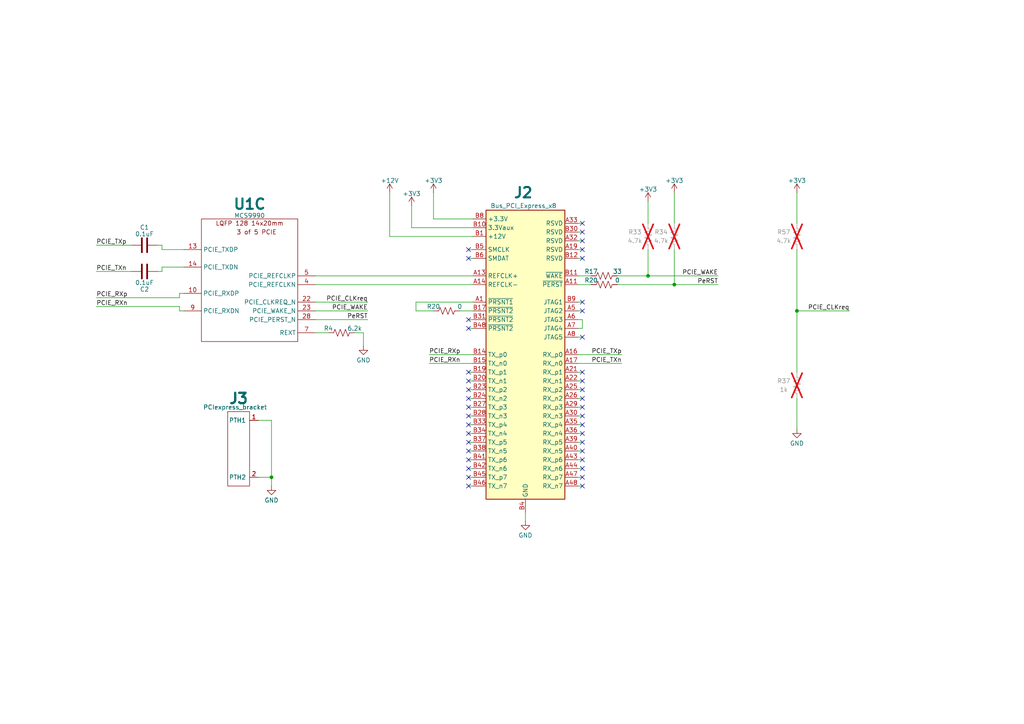
<source format=kicad_sch>
(kicad_sch (version 20230121) (generator eeschema)
  (paper "A4")
  (lib_symbols
    (symbol "Connector:Bus_PCI_Express_x8"
      (property "Reference" "J2" (at -3.81 46.99 0))
      (property "Value" "Bus_PCI_Express_x8" (at -10.16 43.18 0))
      (symbol "Bus_PCI_Express_x8_0_1"
        (rectangle (start -11.43 41.91) (end 11.43 -41.91) (stroke (width 0.254)) (fill (type background)))
      )
      (symbol "Bus_PCI_Express_x8_1_1"
        (pin passive line (at -15.24 15.24 0) (length 3.81) (name "~{PRSNT1}") (number "A1"))
        (pin passive line (at -15.24 39.37 0) (length 3.81) hide (name "+3.3V") (number "A10"))
        (pin input line (at 15.24 20.32 180) (length 3.81) (name "~{PERST}") (number "A11"))
        (pin passive line (at 0 -45.72 90) (length 3.81) hide (name "GND") (number "A12"))
        (pin input line (at -15.24 22.86 0) (length 3.81) (name "REFCLK+") (number "A13"))
        (pin input line (at -15.24 20.32 0) (length 3.81) (name "REFCLK-") (number "A14"))
        (pin passive line (at 0 -45.72 90) (length 3.81) hide (name "GND") (number "A15"))
        (pin output line (at 15.24 0 180) (length 3.81) (name "RX_p0") (number "A16"))
        (pin output line (at 15.24 -2.54 180) (length 3.81) (name "RX_n0") (number "A17"))
        (pin passive line (at 0 -45.72 90) (length 3.81) hide (name "GND") (number "A18"))
        (pin passive line (at 15.24 30.48 180) (length 3.81) (name "RSVD") (number "A19"))
        (pin passive line (at -15.24 34.29 0) (length 3.81) hide (name "+12V") (number "A2"))
        (pin passive line (at 0 -45.72 90) (length 3.81) hide (name "GND") (number "A20"))
        (pin output line (at 15.24 -5.08 180) (length 3.81) (name "RX_p1") (number "A21"))
        (pin output line (at 15.24 -7.62 180) (length 3.81) (name "RX_n1") (number "A22"))
        (pin passive line (at 0 -45.72 90) (length 3.81) hide (name "GND") (number "A23"))
        (pin passive line (at 0 -45.72 90) (length 3.81) hide (name "GND") (number "A24"))
        (pin output line (at 15.24 -10.16 180) (length 3.81) (name "RX_p2") (number "A25"))
        (pin output line (at 15.24 -12.7 180) (length 3.81) (name "RX_n2") (number "A26"))
        (pin passive line (at 0 -45.72 90) (length 3.81) hide (name "GND") (number "A27"))
        (pin passive line (at 0 -45.72 90) (length 3.81) hide (name "GND") (number "A28"))
        (pin output line (at 15.24 -15.24 180) (length 3.81) (name "RX_p3") (number "A29"))
        (pin passive line (at -15.24 34.29 0) (length 3.81) hide (name "+12V") (number "A3"))
        (pin output line (at 15.24 -17.78 180) (length 3.81) (name "RX_n3") (number "A30"))
        (pin passive line (at 0 -45.72 90) (length 3.81) hide (name "GND") (number "A31"))
        (pin passive line (at 15.24 33.02 180) (length 3.81) (name "RSVD") (number "A32"))
        (pin passive line (at 15.24 38.1 180) (length 3.81) (name "RSVD") (number "A33"))
        (pin passive line (at 0 -45.72 90) (length 3.81) hide (name "GND") (number "A34"))
        (pin output line (at 15.24 -20.32 180) (length 3.81) (name "RX_p4") (number "A35"))
        (pin output line (at 15.24 -22.86 180) (length 3.81) (name "RX_n4") (number "A36"))
        (pin passive line (at 0 -45.72 90) (length 3.81) hide (name "GND") (number "A37"))
        (pin passive line (at 0 -45.72 90) (length 3.81) hide (name "GND") (number "A38"))
        (pin output line (at 15.24 -25.4 180) (length 3.81) (name "RX_p5") (number "A39"))
        (pin passive line (at 0 -45.72 90) (length 3.81) hide (name "GND") (number "A4"))
        (pin output line (at 15.24 -27.94 180) (length 3.81) (name "RX_n5") (number "A40"))
        (pin passive line (at 0 -45.72 90) (length 3.81) hide (name "GND") (number "A41"))
        (pin passive line (at 0 -45.72 90) (length 3.81) hide (name "GND") (number "A42"))
        (pin output line (at 15.24 -30.48 180) (length 3.81) (name "RX_p6") (number "A43"))
        (pin output line (at 15.24 -33.02 180) (length 3.81) (name "RX_n6") (number "A44"))
        (pin passive line (at 0 -45.72 90) (length 3.81) hide (name "GND") (number "A45"))
        (pin passive line (at 0 -45.72 90) (length 3.81) hide (name "GND") (number "A46"))
        (pin output line (at 15.24 -35.56 180) (length 3.81) (name "RX_p7") (number "A47"))
        (pin output line (at 15.24 -38.1 180) (length 3.81) (name "RX_n7") (number "A48"))
        (pin passive line (at 0 -45.72 90) (length 3.81) hide (name "GND") (number "A49"))
        (pin input line (at 15.24 12.7 180) (length 3.81) (name "JTAG2") (number "A5"))
        (pin input line (at 15.24 10.16 180) (length 3.81) (name "JTAG3") (number "A6"))
        (pin output line (at 15.24 7.62 180) (length 3.81) (name "JTAG4") (number "A7"))
        (pin input line (at 15.24 5.08 180) (length 3.81) (name "JTAG5") (number "A8"))
        (pin passive line (at -15.24 39.37 0) (length 3.81) hide (name "+3.3V") (number "A9"))
        (pin power_in line (at -15.24 34.29 0) (length 3.81) (name "+12V") (number "B1"))
        (pin power_in line (at -15.24 36.83 0) (length 3.81) (name "3.3Vaux") (number "B10"))
        (pin open_collector line (at 15.24 22.86 180) (length 3.81) (name "~{WAKE}") (number "B11"))
        (pin passive line (at 15.24 27.94 180) (length 3.81) (name "RSVD") (number "B12"))
        (pin passive line (at 0 -45.72 90) (length 3.81) hide (name "GND") (number "B13"))
        (pin input line (at -15.24 0 0) (length 3.81) (name "TX_p0") (number "B14"))
        (pin input line (at -15.24 -2.54 0) (length 3.81) (name "TX_n0") (number "B15"))
        (pin passive line (at 0 -45.72 90) (length 3.81) hide (name "GND") (number "B16"))
        (pin passive line (at -15.24 12.7 0) (length 3.81) (name "~{PRSNT2}") (number "B17"))
        (pin passive line (at 0 -45.72 90) (length 3.81) hide (name "GND") (number "B18"))
        (pin input line (at -15.24 -5.08 0) (length 3.81) (name "TX_p1") (number "B19"))
        (pin passive line (at -15.24 34.29 0) (length 3.81) hide (name "+12V") (number "B2"))
        (pin input line (at -15.24 -7.62 0) (length 3.81) (name "TX_n1") (number "B20"))
        (pin passive line (at 0 -45.72 90) (length 3.81) hide (name "GND") (number "B21"))
        (pin passive line (at 0 -45.72 90) (length 3.81) hide (name "GND") (number "B22"))
        (pin input line (at -15.24 -10.16 0) (length 3.81) (name "TX_p2") (number "B23"))
        (pin input line (at -15.24 -12.7 0) (length 3.81) (name "TX_n2") (number "B24"))
        (pin passive line (at 0 -45.72 90) (length 3.81) hide (name "GND") (number "B25"))
        (pin passive line (at 0 -45.72 90) (length 3.81) hide (name "GND") (number "B26"))
        (pin input line (at -15.24 -15.24 0) (length 3.81) (name "TX_p3") (number "B27"))
        (pin input line (at -15.24 -17.78 0) (length 3.81) (name "TX_n3") (number "B28"))
        (pin passive line (at 0 -45.72 90) (length 3.81) hide (name "GND") (number "B29"))
        (pin passive line (at -15.24 34.29 0) (length 3.81) hide (name "+12V") (number "B3"))
        (pin passive line (at 15.24 35.56 180) (length 3.81) (name "RSVD") (number "B30"))
        (pin passive line (at -15.24 10.16 0) (length 3.81) (name "~{PRSNT2}") (number "B31"))
        (pin passive line (at 0 -45.72 90) (length 3.81) hide (name "GND") (number "B32"))
        (pin input line (at -15.24 -20.32 0) (length 3.81) (name "TX_p4") (number "B33"))
        (pin input line (at -15.24 -22.86 0) (length 3.81) (name "TX_n4") (number "B34"))
        (pin passive line (at 0 -45.72 90) (length 3.81) hide (name "GND") (number "B35"))
        (pin passive line (at 0 -45.72 90) (length 3.81) hide (name "GND") (number "B36"))
        (pin input line (at -15.24 -25.4 0) (length 3.81) (name "TX_p5") (number "B37"))
        (pin input line (at -15.24 -27.94 0) (length 3.81) (name "TX_n5") (number "B38"))
        (pin passive line (at 0 -45.72 90) (length 3.81) hide (name "GND") (number "B39"))
        (pin power_in line (at 0 -45.72 90) (length 3.81) (name "GND") (number "B4"))
        (pin passive line (at 0 -45.72 90) (length 3.81) hide (name "GND") (number "B40"))
        (pin input line (at -15.24 -30.48 0) (length 3.81) (name "TX_p6") (number "B41"))
        (pin input line (at -15.24 -33.02 0) (length 3.81) (name "TX_n6") (number "B42"))
        (pin passive line (at 0 -45.72 90) (length 3.81) hide (name "GND") (number "B43"))
        (pin passive line (at 0 -45.72 90) (length 3.81) hide (name "GND") (number "B44"))
        (pin input line (at -15.24 -35.56 0) (length 3.81) (name "TX_p7") (number "B45"))
        (pin input line (at -15.24 -38.1 0) (length 3.81) (name "TX_n7") (number "B46"))
        (pin passive line (at 0 -45.72 90) (length 3.81) hide (name "GND") (number "B47"))
        (pin passive line (at -15.24 7.62 0) (length 3.81) (name "~{PRSNT2}") (number "B48"))
        (pin passive line (at 0 -45.72 90) (length 3.81) hide (name "GND") (number "B49"))
        (pin input line (at -15.24 30.48 0) (length 3.81) (name "SMCLK") (number "B5"))
        (pin bidirectional line (at -15.24 27.94 0) (length 3.81) (name "SMDAT") (number "B6"))
        (pin passive line (at 0 -45.72 90) (length 3.81) hide (name "GND") (number "B7"))
        (pin power_in line (at -15.24 39.37 0) (length 3.81) (name "+3.3V") (number "B8"))
        (pin input line (at 15.24 15.24 180) (length 3.81) (name "JTAG1") (number "B9"))
      )
    )
    (symbol "Device:C" (pin_numbers hide) (pin_names (offset 0.254))
      (property "Reference" "C" (at 0.635 2.54 0))
      (property "Value" "C" (at 0.635 -2.54 0))
      (symbol "C_0_1"
        (polyline (pts (xy -2.032 -0.762) (xy 2.032 -0.762)) (stroke (width 0.508)))
        (polyline (pts (xy -2.032 0.762) (xy 2.032 0.762)) (stroke (width 0.508)))
      )
      (symbol "C_1_1"
        (pin passive line (at 0 3.81 270) (length 2.794) (name "~") (number "1"))
        (pin passive line (at 0 -3.81 90) (length 2.794) (name "~") (number "2"))
      )
    )
    (symbol "Device:R_US" (pin_numbers hide) (pin_names (offset 0))
      (property "Reference" "R" (at 2.54 0 90))
      (property "Value" "R_US" (at -2.54 0 90))
      (symbol "R_US_0_1"
        (polyline (pts (xy 0 -2.286) (xy 0 -2.54)))
        (polyline (pts (xy 0 2.286) (xy 0 2.54)))
        (polyline (pts (xy 0 -0.762) (xy 1.016 -1.143) (xy 0 -1.524) (xy -1.016 -1.905) (xy 0 -2.286)))
        (polyline (pts (xy 0 0.762) (xy 1.016 0.381) (xy 0 0) (xy -1.016 -0.381) (xy 0 -0.762)))
        (polyline (pts (xy 0 2.286) (xy 1.016 1.905) (xy 0 1.524) (xy -1.016 1.143) (xy 0 0.762)))
      )
      (symbol "R_US_1_1"
        (pin passive line (at 0 3.81 270) (length 1.27) (name "~") (number "1"))
        (pin passive line (at 0 -3.81 90) (length 1.27) (name "~") (number "2"))
      )
    )
    (symbol "html_accel_Symbols:MCS9990"
      (property "Reference" "U" (at 19.05 3.81 0))
      (property "Value" "MCS9990" (at 19.05 1.27 0))
      (symbol "MCS9990_1_0"
        (pin power_in line (at 33.02 -26.67 180) (length 5.08) (name "GND1") (number "1"))
        (pin power_in line (at -5.08 -41.91 0) (length 5.08) (name "+3.3VIO") (number "106"))
        (pin power_in line (at 33.02 -74.93 180) (length 5.08) (name "GND20") (number "107"))
        (pin power_in line (at 33.02 -77.47 180) (length 5.08) (name "GND21") (number "108"))
        (pin power_in line (at -5.08 -26.67 0) (length 5.08) (name "+1.2V") (number "109"))
        (pin power_in line (at 33.02 -31.75 180) (length 5.08) (name "GND3") (number "11"))
        (pin power_in line (at -5.08 -85.09 0) (length 5.08) (name "+3.3VA") (number "110"))
        (pin power_in line (at -5.08 -87.63 0) (length 5.08) (name "+3.3VA") (number "111"))
        (pin power_in line (at 33.02 -80.01 180) (length 5.08) (name "GND22") (number "114"))
        (pin power_in line (at 33.02 -82.55 180) (length 5.08) (name "GND23") (number "115"))
        (pin power_in line (at 33.02 -85.09 180) (length 5.08) (name "GND24") (number "118"))
        (pin power_in line (at -5.08 -90.17 0) (length 5.08) (name "+3.3VA") (number "119"))
        (pin power_in line (at -5.08 -52.07 0) (length 5.08) (name "+1.2VA") (number "12"))
        (pin power_in line (at 33.02 -87.63 180) (length 5.08) (name "GND25") (number "120"))
        (pin power_in line (at -5.08 -29.21 0) (length 5.08) (name "+1.2V") (number "121"))
        (pin power_in line (at -5.08 -44.45 0) (length 5.08) (name "+3.3VIO") (number "127"))
        (pin power_in line (at 33.02 -90.17 180) (length 5.08) (name "GND26") (number "128"))
        (pin power_in line (at -5.08 -54.61 0) (length 5.08) (name "+1.2VA") (number "15"))
        (pin power_in line (at -5.08 -64.77 0) (length 5.08) (name "+3.3VA_PLL") (number "16"))
        (pin power_in line (at 33.02 -34.29 180) (length 5.08) (name "GND4") (number "17"))
        (pin power_in line (at 33.02 -36.83 180) (length 5.08) (name "GND5") (number "18"))
        (pin power_in line (at -5.08 -62.23 0) (length 5.08) (name "+3.3VA_AUX") (number "19"))
        (pin power_in line (at -5.08 -6.35 0) (length 5.08) (name "+3.3VIN_REG") (number "2"))
        (pin power_in line (at -5.08 -13.97 0) (length 5.08) (name "+1.2V") (number "20"))
        (pin power_in line (at 33.02 -39.37 180) (length 5.08) (name "GND6") (number "21"))
        (pin power_in line (at -5.08 -34.29 0) (length 5.08) (name "+3.3VIO") (number "25"))
        (pin power_in line (at 33.02 -41.91 180) (length 5.08) (name "GND7") (number "26"))
        (pin power_out line (at -5.08 -8.89 0) (length 5.08) (name "+1.2VOUT_REG") (number "3"))
        (pin power_in line (at -5.08 -16.51 0) (length 5.08) (name "+1.2V") (number "33"))
        (pin power_in line (at 33.02 -44.45 180) (length 5.08) (name "GND8") (number "34"))
        (pin power_in line (at -5.08 -36.83 0) (length 5.08) (name "+3.3VIO") (number "48"))
        (pin power_in line (at 33.02 -46.99 180) (length 5.08) (name "GND9") (number "50"))
        (pin power_in line (at -5.08 -69.85 0) (length 5.08) (name "+3.3VA") (number "51"))
        (pin power_in line (at -5.08 -72.39 0) (length 5.08) (name "+3.3VA") (number "52"))
        (pin power_in line (at 33.02 -49.53 180) (length 5.08) (name "GND10") (number "55"))
        (pin power_in line (at 33.02 -52.07 180) (length 5.08) (name "GND11") (number "56"))
        (pin power_in line (at -5.08 -19.05 0) (length 5.08) (name "+1.2V") (number "58"))
        (pin power_in line (at 33.02 -54.61 180) (length 5.08) (name "GND12") (number "59"))
        (pin power_in line (at -5.08 -59.69 0) (length 5.08) (name "+1.2VA_AUX") (number "6"))
        (pin power_in line (at 33.02 -57.15 180) (length 5.08) (name "GND13") (number "69"))
        (pin power_in line (at -5.08 -39.37 0) (length 5.08) (name "+3.3VIO") (number "70"))
        (pin power_in line (at 33.02 -59.69 180) (length 5.08) (name "GND14") (number "79"))
        (pin power_in line (at 33.02 -29.21 180) (length 5.08) (name "GND2") (number "8"))
        (pin power_in line (at -5.08 -21.59 0) (length 5.08) (name "+1.2V") (number "80"))
        (pin power_in line (at -5.08 -74.93 0) (length 5.08) (name "+3.3VA") (number "83"))
        (pin power_in line (at -5.08 -77.47 0) (length 5.08) (name "+3.3VA") (number "84"))
        (pin power_in line (at 33.02 -62.23 180) (length 5.08) (name "GND15") (number "87"))
        (pin power_in line (at 33.02 -64.77 180) (length 5.08) (name "GND16") (number "88"))
        (pin power_in line (at -5.08 -80.01 0) (length 5.08) (name "+3.3VA") (number "90"))
        (pin power_in line (at -5.08 -82.55 0) (length 5.08) (name "+3.3VA") (number "91"))
        (pin power_in line (at 33.02 -67.31 180) (length 5.08) (name "GND17") (number "94"))
        (pin power_in line (at 33.02 -69.85 180) (length 5.08) (name "GND18") (number "95"))
        (pin power_in line (at 33.02 -72.39 180) (length 5.08) (name "GND19") (number "97"))
        (pin power_in line (at -5.08 -24.13 0) (length 5.08) (name "+1.2V") (number "98"))
      )
      (symbol "MCS9990_1_1"
        (polyline (pts (xy 0 -46.99) (xy 12.7 -46.99)))
        (rectangle (start 0 0) (end 27.94 -93.98))
        (text "1 of 5 POWER" (at 10.16 -3.81 0) (effects (font (size 1.27 1.27)) (justify left)))
        (text "Analog" (at 6.35 -48.26 0) (effects (font (size 1.27 1.27))))
        (text "LQFP 128 14x20mm" (at 13.97 -1.27 0) (effects (font (size 1.27 1.27))))
      )
      (symbol "MCS9990_2_0"
        (pin bidirectional line (at -5.08 -7.62 0) (length 5.08) (name "GPIO0/D0") (number "35"))
        (pin bidirectional line (at -5.08 -10.16 0) (length 5.08) (name "GPIO1/D1") (number "36"))
        (pin bidirectional line (at -5.08 -12.7 0) (length 5.08) (name "GPIO2/D2") (number "37"))
        (pin bidirectional line (at -5.08 -15.24 0) (length 5.08) (name "GPIO3/D3") (number "38"))
        (pin bidirectional line (at -5.08 -17.78 0) (length 5.08) (name "GPIO4/D4") (number "39"))
        (pin bidirectional line (at -5.08 -20.32 0) (length 5.08) (name "GPIO5/D5") (number "40"))
        (pin bidirectional line (at -5.08 -22.86 0) (length 5.08) (name "GPIO6/D6") (number "41"))
        (pin bidirectional line (at -5.08 -25.4 0) (length 5.08) (name "GPIO7/D7") (number "42"))
        (pin input line (at 36.83 -7.62 180) (length 5.08) (name "GPIO8/INTA") (number "43"))
        (pin input line (at 36.83 -17.78 180) (length 5.08) (name "GPIO9/INTB") (number "44"))
        (pin input line (at 36.83 -25.4 180) (length 5.08) (name "GPIO10/INTC") (number "45"))
        (pin input line (at 36.83 -35.56 180) (length 5.08) (name "GPIO11/INTD") (number "46"))
        (pin output line (at 36.83 -10.16 180) (length 5.08) (name "GPIO12/CSA_N") (number "65"))
        (pin output line (at 36.83 -20.32 180) (length 5.08) (name "GPIO13/CSB_N") (number "66"))
        (pin output line (at 36.83 -27.94 180) (length 5.08) (name "GPIO14/CSC_N") (number "67"))
        (pin output line (at 36.83 -38.1 180) (length 5.08) (name "GPIO15/CSD_N") (number "68"))
        (pin output line (at 36.83 -43.18 180) (length 5.08) (name "GPIO16/RESET") (number "71"))
        (pin output line (at -5.08 -40.64 0) (length 5.08) (name "GPIO17/IOW_N") (number "72"))
        (pin output line (at -5.08 -43.18 0) (length 5.08) (name "GPIO18/IOR_N") (number "73"))
        (pin input line (at 36.83 -30.48 180) (length 5.08) (name "GPIO23/IOCHRDY2") (number "74"))
        (pin output line (at -5.08 -30.48 0) (length 5.08) (name "GPIO19/A0") (number "75"))
        (pin output line (at -5.08 -33.02 0) (length 5.08) (name "GPIO20/A1") (number "76"))
        (pin output line (at -5.08 -35.56 0) (length 5.08) (name "GPIO21/A2") (number "77"))
        (pin input line (at 36.83 -12.7 180) (length 5.08) (name "GPIO22/IOCHRDY1") (number "78"))
      )
      (symbol "MCS9990_2_1"
        (rectangle (start 0 0) (end 31.75 -46.99))
        (text "2 of 5 GPIO" (at 11.43 -3.81 0) (effects (font (size 1.27 1.27)) (justify left)))
        (text "LQFP 128 14x20mm" (at 16.51 -1.27 0) (effects (font (size 1.27 1.27))))
      )
      (symbol "MCS9990_3_0"
        (pin input line (at -5.08 -21.59 0) (length 5.08) (name "PCIE_RXDP") (number "10"))
        (pin output line (at -5.08 -8.89 0) (length 5.08) (name "PCIE_TXDP") (number "13"))
        (pin output line (at -5.08 -13.97 0) (length 5.08) (name "PCIE_TXDN") (number "14"))
        (pin output line (at 33.02 -24.13 180) (length 5.08) (name "PCIE_CLKREQ_N") (number "22"))
        (pin input line (at 33.02 -29.21 180) (length 5.08) (name "PCIE_PERST_N") (number "28"))
        (pin input line (at 33.02 -19.05 180) (length 5.08) (name "PCIE_REFCLKN") (number "4"))
        (pin input line (at 33.02 -16.51 180) (length 5.08) (name "PCIE_REFCLKP") (number "5"))
        (pin input line (at -5.08 -26.67 0) (length 5.08) (name "PCIE_RXDN") (number "9"))
      )
      (symbol "MCS9990_3_1"
        (rectangle (start 0 0) (end 27.94 -35.56))
        (text "3 of 5 PCIE" (at 10.16 -3.81 0) (effects (font (size 1.27 1.27)) (justify left)))
        (text "LQFP 128 14x20mm" (at 13.97 -1.27 0) (effects (font (size 1.27 1.27))))
        (pin output line (at 33.02 -26.67 180) (length 5.08) (name "PCIE_WAKE_N") (number "23"))
        (pin output line (at 33.02 -33.02 180) (length 5.08) (name "REXT") (number "7"))
      )
      (symbol "MCS9990_4_0"
        (pin output line (at -5.08 -36.83 0) (length 5.08) (name "USB1_PWR_EN_N") (number "103"))
        (pin bidirectional line (at 43.18 -6.35 180) (length 5.08) (name "USB2_DM") (number "112"))
        (pin input line (at 43.18 -21.59 180) (length 5.08) (name "USB2_OTG_VBUS") (number "117"))
        (pin input line (at 43.18 -13.97 180) (length 5.08) (name "USB2_OVCI_N") (number "122"))
        (pin output line (at 43.18 -16.51 180) (length 5.08) (name "USB2_PWR_EN_N") (number "123"))
        (pin input line (at 43.18 -19.05 180) (length 5.08) (name "USB2_OTG_ID") (number "124"))
        (pin input line (at 43.18 -34.29 180) (length 5.08) (name "USB3_OVCI_N") (number "125"))
        (pin output line (at 43.18 -36.83 180) (length 5.08) (name "USB3_PWR_EN_N") (number "126"))
        (pin bidirectional line (at 43.18 -26.67 180) (length 5.08) (name "USB3_DM") (number "53"))
        (pin bidirectional line (at 43.18 -29.21 180) (length 5.08) (name "USB3_DP") (number "54"))
        (pin input line (at 43.18 -31.75 180) (length 5.08) (name "USB3_IBREF") (number "57"))
        (pin input line (at -5.08 -6.35 0) (length 5.08) (name "USB0_XSCI") (number "81"))
        (pin output line (at -5.08 -8.89 0) (length 5.08) (name "USB0_XSCO") (number "82"))
      )
      (symbol "MCS9990_4_1"
        (rectangle (start 0 0) (end 38.1 -40.64))
        (text "4 of 5 USB" (at 19.05 -3.81 0) (effects (font (size 1.27 1.27))))
        (text "LQFP 128 14x20mm" (at 19.05 -1.27 0) (effects (font (size 1.27 1.27))))
        (pin output line (at -5.08 -21.59 0) (length 5.08) (name "USB0_PWR_EN_N") (number "100"))
        (pin input line (at -5.08 -34.29 0) (length 5.08) (name "USB1_OVCI_N") (number "102"))
        (pin bidirectional line (at 43.18 -8.89 180) (length 5.08) (name "USB2_DP") (number "113"))
        (pin input line (at 43.18 -11.43 180) (length 5.08) (name "USB2_IBERF") (number "116"))
        (pin bidirectional line (at -5.08 -11.43 0) (length 5.08) (name "USB0_DM") (number "85"))
        (pin bidirectional line (at -5.08 -13.97 0) (length 5.08) (name "USB0_DP") (number "86"))
        (pin input line (at -5.08 -16.51 0) (length 5.08) (name "USB0_IBREF") (number "89"))
        (pin bidirectional line (at -5.08 -26.67 0) (length 5.08) (name "USB1_DM") (number "92"))
        (pin bidirectional line (at -5.08 -29.21 0) (length 5.08) (name "USB1_DP") (number "93"))
        (pin input line (at -5.08 -31.75 0) (length 5.08) (name "USB1_IBREF") (number "96"))
        (pin input line (at -5.08 -19.05 0) (length 5.08) (name "USB0_OVCI_N") (number "99"))
      )
      (symbol "MCS9990_5_0"
        (pin bidirectional line (at -5.08 -27.94 0) (length 5.08) (name "LN_STAT2") (number "101"))
        (pin bidirectional line (at -5.08 -22.86 0) (length 5.08) (name "LN_STAT0") (number "104"))
        (pin bidirectional line (at -5.08 -25.4 0) (length 5.08) (name "LN_STAT1") (number "105"))
        (pin input line (at -5.08 -12.7 0) (length 5.08) (name "MODE_SEL0") (number "24"))
        (pin input line (at -5.08 -7.62 0) (length 5.08) (name "OTG_EN_N") (number "27"))
        (pin bidirectional line (at -5.08 -33.02 0) (length 5.08) (name "EE_SCL") (number "29"))
        (pin bidirectional line (at -5.08 -35.56 0) (length 5.08) (name "EE_SDA") (number "30"))
        (pin input line (at -5.08 -43.18 0) (length 5.08) (name "TEST_EN") (number "32"))
        (pin input line (at -5.08 -15.24 0) (length 5.08) (name "MODE_SEL1") (number "47"))
        (pin input line (at -5.08 -17.78 0) (length 5.08) (name "MODE_SEL2") (number "49"))
        (pin input line (at 33.02 -7.62 180) (length 5.08) (name "JTAG_TCK") (number "60"))
        (pin input line (at 33.02 -10.16 180) (length 5.08) (name "JTAG_TDI") (number "61"))
        (pin output line (at 33.02 -12.7 180) (length 5.08) (name "JTAG_TDO") (number "62"))
        (pin input line (at 33.02 -15.24 180) (length 5.08) (name "JTAG_TMS") (number "63"))
        (pin input line (at 33.02 -17.78 180) (length 5.08) (name "JTAG_TRST_N") (number "64"))
      )
      (symbol "MCS9990_5_1"
        (rectangle (start 0 0) (end 27.94 -45.72))
        (text "5 of 5 Misc/JTAG" (at 13.97 -3.81 0) (effects (font (size 1.27 1.27))))
        (text "LQFP 128 14x20mm" (at 13.97 -1.27 0) (effects (font (size 1.27 1.27))))
        (pin input line (at -5.08 -40.64 0) (length 5.08) (name "SCAN_EN") (number "31"))
      )
    )
    (symbol "html_accel_Symbols:PCIexpress_bracket" (pin_names (offset 1.016))
      (property "Reference" "J" (at 0 0 0))
      (property "Value" "PCIE_FULL_Height_bracket" (at 0 3.81 0))
      (symbol "PCIexpress_bracket_0_1"
        (rectangle (start -10.16 2.54) (end 11.43 -3.81))
      )
      (symbol "PCIexpress_bracket_1_1"
        (pin input line (at -7.62 -6.35 90) (length 2.54) (name "PTH1") (number "1"))
        (pin input line (at 8.89 -6.35 90) (length 2.54) (name "PTH2") (number "2"))
      )
    )
    (symbol "power:+12V" (power) (pin_names (offset 0))
      (property "Value" "+12V" (at 0 3.556 0))
      (symbol "+12V_0_1"
        (polyline (pts (xy -0.762 1.27) (xy 0 2.54)))
        (polyline (pts (xy 0 0) (xy 0 2.54)))
        (polyline (pts (xy 0 2.54) (xy 0.762 1.27)))
      )
      (symbol "+12V_1_1"
        (pin power_in line (at 0 0 90) (length 0) hide (name "+12V") (number "1"))
      )
    )
    (symbol "power:+3V3" (power) (pin_names (offset 0))
      (property "Value" "+3V3" (at 0 3.556 0))
      (symbol "+3V3_0_1"
        (polyline (pts (xy -0.762 1.27) (xy 0 2.54)))
        (polyline (pts (xy 0 0) (xy 0 2.54)))
        (polyline (pts (xy 0 2.54) (xy 0.762 1.27)))
      )
      (symbol "+3V3_1_1"
        (pin power_in line (at 0 0 90) (length 0) hide (name "+3V3") (number "1"))
      )
    )
    (symbol "power:GND" (power) (pin_names (offset 0))
      (property "Value" "GND" (at 0 -3.81 0))
      (symbol "GND_0_1"
        (polyline (pts (xy 0 0) (xy 0 -1.27) (xy 1.27 -1.27) (xy 0 -2.54) (xy -1.27 -1.27) (xy 0 -1.27)))
      )
      (symbol "GND_1_1"
        (pin power_in line (at 0 0 270) (length 0) hide (name "GND") (number "1"))
      )
    )
  )
  (junction (at 231.14 90.17))
  (junction (at 195.58 82.55))
  (junction (at 78.74 138.43))
  (junction (at 187.96 80.01))
  (no_connect (at 168.91 128.27))
  (no_connect (at 168.91 90.17))
  (no_connect (at 168.91 123.19))
  (no_connect (at 135.89 92.71))
  (no_connect (at 168.91 135.89))
  (no_connect (at 135.89 74.93))
  (no_connect (at 168.91 115.57))
  (no_connect (at 135.89 123.19))
  (no_connect (at 135.89 72.39))
  (no_connect (at 168.91 120.65))
  (no_connect (at 135.89 135.89))
  (no_connect (at 168.91 130.81))
  (no_connect (at 135.89 138.43))
  (no_connect (at 135.89 115.57))
  (no_connect (at 135.89 107.95))
  (no_connect (at 168.91 72.39))
  (no_connect (at 168.91 69.85))
  (no_connect (at 168.91 87.63))
  (no_connect (at 135.89 113.03))
  (no_connect (at 168.91 67.31))
  (no_connect (at 168.91 113.03))
  (no_connect (at 135.89 128.27))
  (no_connect (at 135.89 118.11))
  (no_connect (at 135.89 95.25))
  (no_connect (at 168.91 118.11))
  (no_connect (at 168.91 64.77))
  (no_connect (at 135.89 130.81))
  (no_connect (at 168.91 138.43))
  (no_connect (at 168.91 107.95))
  (no_connect (at 135.89 133.35))
  (no_connect (at 168.91 125.73))
  (no_connect (at 168.91 140.97))
  (no_connect (at 168.91 110.49))
  (no_connect (at 135.89 125.73))
  (no_connect (at 135.89 120.65))
  (no_connect (at 168.91 74.93))
  (no_connect (at 135.89 140.97))
  (no_connect (at 135.89 110.49))
  (no_connect (at 168.91 133.35))
  (no_connect (at 168.91 97.79))
  (wire (pts (xy 168.91 110.49) (xy 167.64 110.49)))
  (wire (pts (xy 168.91 118.11) (xy 167.64 118.11)))
  (wire (pts (xy 135.89 110.49) (xy 137.16 110.49)))
  (wire (pts (xy 135.89 107.95) (xy 137.16 107.95)))
  (wire (pts (xy 168.91 64.77) (xy 167.64 64.77)))
  (wire (pts (xy 231.14 55.88) (xy 231.14 64.77)))
  (wire (pts (xy 152.4 151.13) (xy 152.4 148.59)))
  (wire (pts (xy 105.41 96.52) (xy 105.41 100.33)))
  (wire (pts (xy 135.89 138.43) (xy 137.16 138.43)))
  (wire (pts (xy 119.38 59.69) (xy 119.38 66.04)))
  (wire (pts (xy 52.07 90.17) (xy 53.34 90.17)))
  (wire (pts (xy 195.58 82.55) (xy 195.58 72.39)))
  (wire (pts (xy 52.07 86.36) (xy 52.07 85.09)))
  (wire (pts (xy 113.03 68.58) (xy 137.16 68.58)))
  (wire (pts (xy 168.91 140.97) (xy 167.64 140.97)))
  (wire (pts (xy 137.16 66.04) (xy 119.38 66.04)))
  (wire (pts (xy 27.94 78.74) (xy 38.1 78.74)))
  (wire (pts (xy 45.72 78.74) (xy 46.99 78.74)))
  (wire (pts (xy 52.07 88.9) (xy 52.07 90.17)))
  (wire (pts (xy 124.46 102.87) (xy 137.16 102.87)))
  (wire (pts (xy 231.14 90.17) (xy 246.38 90.17)))
  (wire (pts (xy 52.07 85.09) (xy 53.34 85.09)))
  (wire (pts (xy 195.58 55.88) (xy 195.58 64.77)))
  (wire (pts (xy 168.91 87.63) (xy 167.64 87.63)))
  (wire (pts (xy 208.28 82.55) (xy 195.58 82.55)))
  (wire (pts (xy 187.96 80.01) (xy 208.28 80.01)))
  (wire (pts (xy 135.89 125.73) (xy 137.16 125.73)))
  (wire (pts (xy 91.44 87.63) (xy 106.68 87.63)))
  (wire (pts (xy 168.91 123.19) (xy 167.64 123.19)))
  (wire (pts (xy 168.91 115.57) (xy 167.64 115.57)))
  (wire (pts (xy 168.91 92.71) (xy 168.91 95.25)))
  (wire (pts (xy 46.99 77.47) (xy 53.34 77.47)))
  (wire (pts (xy 135.89 118.11) (xy 137.16 118.11)))
  (wire (pts (xy 102.87 96.52) (xy 105.41 96.52)))
  (wire (pts (xy 179.07 80.01) (xy 187.96 80.01)))
  (wire (pts (xy 168.91 69.85) (xy 167.64 69.85)))
  (wire (pts (xy 78.74 140.97) (xy 78.74 138.43)))
  (wire (pts (xy 171.45 82.55) (xy 167.64 82.55)))
  (wire (pts (xy 187.96 58.42) (xy 187.96 64.77)))
  (wire (pts (xy 168.91 72.39) (xy 167.64 72.39)))
  (wire (pts (xy 91.44 82.55) (xy 137.16 82.55)))
  (wire (pts (xy 46.99 78.74) (xy 46.99 77.47)))
  (wire (pts (xy 91.44 96.52) (xy 95.25 96.52)))
  (wire (pts (xy 168.91 133.35) (xy 167.64 133.35)))
  (wire (pts (xy 167.64 80.01) (xy 171.45 80.01)))
  (wire (pts (xy 27.94 86.36) (xy 52.07 86.36)))
  (wire (pts (xy 135.89 95.25) (xy 137.16 95.25)))
  (wire (pts (xy 74.93 121.92) (xy 78.74 121.92)))
  (wire (pts (xy 168.91 120.65) (xy 167.64 120.65)))
  (wire (pts (xy 135.89 113.03) (xy 137.16 113.03)))
  (wire (pts (xy 168.91 107.95) (xy 167.64 107.95)))
  (wire (pts (xy 168.91 125.73) (xy 167.64 125.73)))
  (wire (pts (xy 168.91 138.43) (xy 167.64 138.43)))
  (wire (pts (xy 167.64 92.71) (xy 168.91 92.71)))
  (wire (pts (xy 168.91 97.79) (xy 167.64 97.79)))
  (wire (pts (xy 179.07 82.55) (xy 195.58 82.55)))
  (wire (pts (xy 46.99 71.12) (xy 46.99 72.39)))
  (wire (pts (xy 78.74 138.43) (xy 74.93 138.43)))
  (wire (pts (xy 168.91 135.89) (xy 167.64 135.89)))
  (wire (pts (xy 167.64 95.25) (xy 168.91 95.25)))
  (wire (pts (xy 168.91 67.31) (xy 167.64 67.31)))
  (wire (pts (xy 135.89 120.65) (xy 137.16 120.65)))
  (wire (pts (xy 231.14 72.39) (xy 231.14 90.17)))
  (wire (pts (xy 167.64 102.87) (xy 180.34 102.87)))
  (wire (pts (xy 231.14 90.17) (xy 231.14 107.95)))
  (wire (pts (xy 167.64 105.41) (xy 180.34 105.41)))
  (wire (pts (xy 45.72 71.12) (xy 46.99 71.12)))
  (wire (pts (xy 135.89 115.57) (xy 137.16 115.57)))
  (wire (pts (xy 168.91 128.27) (xy 167.64 128.27)))
  (wire (pts (xy 91.44 92.71) (xy 106.68 92.71)))
  (wire (pts (xy 168.91 113.03) (xy 167.64 113.03)))
  (wire (pts (xy 135.89 133.35) (xy 137.16 133.35)))
  (wire (pts (xy 168.91 90.17) (xy 167.64 90.17)))
  (wire (pts (xy 125.73 55.88) (xy 125.73 63.5)))
  (wire (pts (xy 135.89 74.93) (xy 137.16 74.93)))
  (wire (pts (xy 133.35 90.17) (xy 137.16 90.17)))
  (wire (pts (xy 187.96 80.01) (xy 187.96 72.39)))
  (wire (pts (xy 91.44 80.01) (xy 137.16 80.01)))
  (wire (pts (xy 135.89 135.89) (xy 137.16 135.89)))
  (wire (pts (xy 137.16 87.63) (xy 120.65 87.63)))
  (wire (pts (xy 231.14 115.57) (xy 231.14 124.46)))
  (wire (pts (xy 78.74 121.92) (xy 78.74 138.43)))
  (wire (pts (xy 135.89 128.27) (xy 137.16 128.27)))
  (wire (pts (xy 135.89 130.81) (xy 137.16 130.81)))
  (wire (pts (xy 124.46 105.41) (xy 137.16 105.41)))
  (wire (pts (xy 27.94 88.9) (xy 52.07 88.9)))
  (wire (pts (xy 168.91 74.93) (xy 167.64 74.93)))
  (wire (pts (xy 135.89 140.97) (xy 137.16 140.97)))
  (wire (pts (xy 27.94 71.12) (xy 38.1 71.12)))
  (wire (pts (xy 135.89 123.19) (xy 137.16 123.19)))
  (wire (pts (xy 120.65 87.63) (xy 120.65 90.17)))
  (wire (pts (xy 120.65 90.17) (xy 125.73 90.17)))
  (wire (pts (xy 91.44 90.17) (xy 106.68 90.17)))
  (wire (pts (xy 46.99 72.39) (xy 53.34 72.39)))
  (wire (pts (xy 135.89 92.71) (xy 137.16 92.71)))
  (wire (pts (xy 135.89 72.39) (xy 137.16 72.39)))
  (wire (pts (xy 168.91 130.81) (xy 167.64 130.81)))
  (wire (pts (xy 113.03 55.88) (xy 113.03 68.58)))
  (wire (pts (xy 125.73 63.5) (xy 137.16 63.5)))
  (label "PCIE_RXp" (at 124.46 102.87 0))
  (label "PCIE_CLKreq" (at 106.68 87.63 180))
  (label "PCIE_TXp" (at 180.34 102.87 180))
  (label "PCIE_TXp" (at 27.94 71.12 0))
  (label "PCIE_TXn" (at 27.94 78.74 0))
  (label "PCIE_WAKE" (at 208.28 80.01 180))
  (label "PCIE_RXp" (at 27.94 86.36 0))
  (label "PCIE_TXn" (at 180.34 105.41 180))
  (label "PCIE_RXn" (at 124.46 105.41 0))
  (label "PeRST" (at 106.68 92.71 180))
  (label "PCIE_RXn" (at 27.94 88.9 0))
  (label "PCIE_WAKE" (at 106.68 90.17 180))
  (label "PCIE_CLKreq" (at 246.38 90.17 180))
  (label "PeRST" (at 208.28 82.55 180))
  (symbol (lib_id "Device:R_US") (at 129.54 90.17 90) (unit 1)
    (property "Reference" "R20" (at 125.73 88.9 90))
    (property "Value" "0" (at 133.35 88.9 90))
  )
  (symbol (lib_id "power:GND") (at 231.14 124.46 0) (unit 1)
    (property "Reference" "#PWR010" (effects hide))
    (property "Value" "GND" (at 231.14 128.5955 0))
  )
  (symbol (lib_id "power:+3V3") (at 119.38 59.69 0) (unit 1)
    (property "Reference" "#PWR07" (effects hide))
    (property "Value" "+3V3_aux" (at 119.38 56.1881 0))
  )
  (symbol (lib_id "Device:R_US") (at 187.96 68.58 180) (unit 1) (dnp yes)
    (property "Reference" "R33" (at 184.15 67.31 0))
    (property "Value" "4.7k" (at 184.15 69.85 0))
  )
  (symbol (lib_id "power:GND") (at 78.74 140.97 0) (unit 1)
    (property "Reference" "#PWR01" (effects hide))
    (property "Value" "GND" (at 78.74 145.1055 0))
  )
  (symbol (lib_id "Device:C") (at 41.91 78.74 90) (mirror x) (unit 1)
    (property "Reference" "C2" (at 41.91 83.9089 90))
    (property "Value" "0.1uF" (at 41.91 81.9879 90))
  )
  (symbol (lib_id "html_accel_Symbols:PCIexpress_bracket") (at 68.58 129.54 90) (mirror x) (unit 1)
    (property "Reference" "J3" (at 72.39 115.57 90) (effects (font (size 3 3) bold) (justify left)))
    (property "Value" "PCIexpress_bracket" (at 77.47 118.11 90) (effects (justify left)))
    (property "Footprint" "html_accel_footprints:PCIexpress_bracket_full" (effects hide))
    (instances (project "html_accelerator" (path "" (reference "J3") (unit 1)) (path "" (reference "J1") (unit 1))))
  )
  (symbol (lib_id "power:+12V") (at 113.03 55.88 0) (unit 1)
    (property "Reference" "#PWR04" (effects hide))
    (property "Value" "+12V" (at 113.03 52.3781 0))
  )
  (symbol (lib_id "power:+3V3") (at 125.73 55.88 0) (unit 1)
    (property "Reference" "#PWR03" (effects hide))
    (property "Value" "+3V3" (at 125.73 52.3781 0))
  )
  (symbol (lib_id "power:GND") (at 152.4 151.13 0) (unit 1)
    (property "Reference" "#PWR02" (effects hide))
    (property "Value" "GND" (at 152.4 155.2655 0))
  )
  (symbol (lib_id "Device:R_US") (at 99.06 96.52 90) (unit 1)
    (property "Reference" "R4" (at 95.25 95.25 90))
    (property "Value" "6.2k" (at 102.87 95.25 90))
    (property "Datasheet" "1% tolerance" (effects hide))
  )
  (symbol (lib_id "Device:R_US") (at 175.26 82.55 90) (unit 1)
    (property "Reference" "R20" (at 171.45 81.28 90))
    (property "Value" "0" (at 179.07 81.28 90))
  )
  (symbol (lib_id "power:+3V3") (at 231.14 55.88 0) (unit 1)
    (property "Reference" "#PWR09" (effects hide))
    (property "Value" "+3V3" (at 231.14 52.3781 0))
  )
  (symbol (lib_id "Device:R_US") (at 231.14 68.58 180) (unit 1) (dnp yes)
    (property "Reference" "R57" (at 227.33 67.31 0))
    (property "Value" "4.7k" (at 227.33 69.85 0))
  )
  (symbol (lib_id "Device:R_US") (at 175.26 80.01 90) (unit 1)
    (property "Reference" "R17" (at 171.45 78.74 90))
    (property "Value" "33" (at 179.07 78.74 90))
  )
  (symbol (lib_id "power:GND") (at 105.41 100.33 0) (unit 1)
    (property "Reference" "#PWR05" (effects hide))
    (property "Value" "GND" (at 105.41 104.4655 0))
  )
  (symbol (lib_id "Device:C") (at 41.91 71.12 90) (unit 1)
    (property "Reference" "C1" (at 41.91 65.9511 90))
    (property "Value" "0.1uF" (at 41.91 67.8721 90))
  )
  (symbol (lib_id "Device:R_US") (at 231.14 111.76 180) (unit 1) (dnp yes)
    (property "Reference" "R37" (at 227.33 110.49 0))
    (property "Value" "1k" (at 227.33 113.03 0))
  )
  (symbol (lib_id "Device:R_US") (at 195.58 68.58 180) (unit 1) (dnp yes)
    (property "Reference" "R34" (at 191.77 67.31 0))
    (property "Value" "4.7k" (at 191.77 69.85 0))
  )
  (symbol (lib_id "html_accel_Symbols:MCS9990") (at 58.42 63.5 0) (unit 3)
    (property "Reference" "U1" (at 72.39 59.2006 0) (effects (font (size 3 3) bold)))
    (property "Value" "MCS9990" (at 72.39 62.5381 0))
    (property "Footprint" "Package_QFP:LQFP-128_14x14mm_P0.4mm" (effects hide))
  )
  (symbol (lib_id "power:+3V3") (at 187.96 58.42 0) (unit 1)
    (property "Reference" "#PWR08" (effects hide))
    (property "Value" "+3V3_aux" (at 187.96 54.9181 0))
  )
  (symbol (lib_id "power:+3V3") (at 195.58 55.88 0) (unit 1)
    (property "Reference" "#PWR06" (effects hide))
    (property "Value" "+3V3" (at 195.58 52.3781 0))
  )
  (symbol (lib_id "Connector:Bus_PCI_Express_x8") (at 152.4 102.87 0) (unit 1)
    (property "Reference" "J2" (at 148.59 55.88 0) (effects (font (size 3 3) bold) (justify left)))
    (property "Value" "Bus_PCI_Express_x8" (at 142.24 59.69 0) (effects (justify left)))
    (property "Footprint" "Connector_PCBEdge:BUS_PCIexpress_x8" (effects hide))
    (property "Datasheet" "http://www.ritrontek.com/uploadfile/2016/1026/20161026105231124.pdf#page=63" (effects hide))
  )
)
</source>
